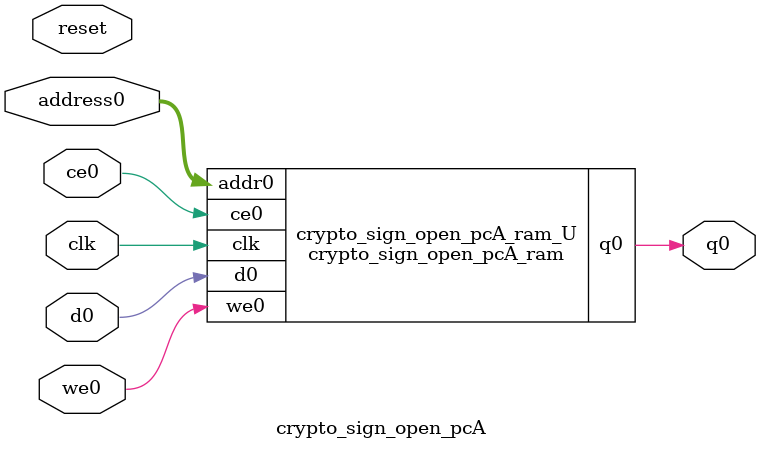
<source format=v>

`timescale 1 ns / 1 ps
module crypto_sign_open_pcA_ram (addr0, ce0, d0, we0, q0,  clk);

parameter DWIDTH = 1;
parameter AWIDTH = 11;
parameter MEM_SIZE = 1280;

input[AWIDTH-1:0] addr0;
input ce0;
input[DWIDTH-1:0] d0;
input we0;
output reg[DWIDTH-1:0] q0;
input clk;

(* ram_style = "block" *)reg [DWIDTH-1:0] ram[0:MEM_SIZE-1];




always @(posedge clk)  
begin 
    if (ce0) 
    begin
        if (we0) 
        begin 
            ram[addr0] <= d0; 
            q0 <= d0;
        end 
        else 
            q0 <= ram[addr0];
    end
end


endmodule


`timescale 1 ns / 1 ps
module crypto_sign_open_pcA(
    reset,
    clk,
    address0,
    ce0,
    we0,
    d0,
    q0);

parameter DataWidth = 32'd1;
parameter AddressRange = 32'd1280;
parameter AddressWidth = 32'd11;
input reset;
input clk;
input[AddressWidth - 1:0] address0;
input ce0;
input we0;
input[DataWidth - 1:0] d0;
output[DataWidth - 1:0] q0;



crypto_sign_open_pcA_ram crypto_sign_open_pcA_ram_U(
    .clk( clk ),
    .addr0( address0 ),
    .ce0( ce0 ),
    .we0( we0 ),
    .d0( d0 ),
    .q0( q0 ));

endmodule


</source>
